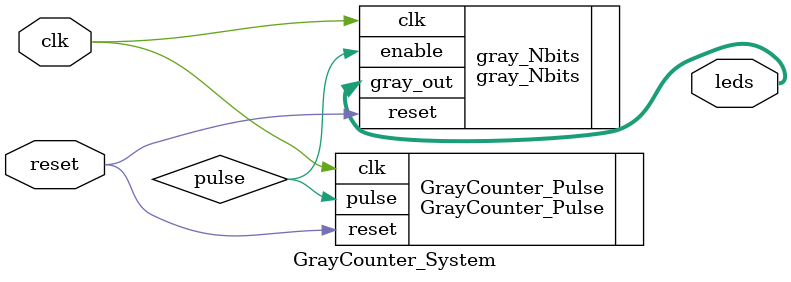
<source format=v>
`timescale 1ns / 1ps
module GrayCounter_System (clk, reset, leds);
parameter N = 4;
parameter distance = 100000000;// How much for 1 Hz when clk period is 10 ns?
input clk, reset;
output [N-1:0] leds;
wire pulse;

// Instantiation of the GrayCounter_Pulse
// Here
GrayCounter_Pulse #(distance) GrayCounter_Pulse (
	.clk		(clk),
	.reset		(reset),
	.pulse		(pulse)
);
// Instantiation of the gray_Nbits
// Here
gray_Nbits #(N) gray_Nbits (
	.clk		(clk),
	.reset		(reset),
	.enable		(pulse),
	.gray_out	(leds)
);

endmodule

</source>
